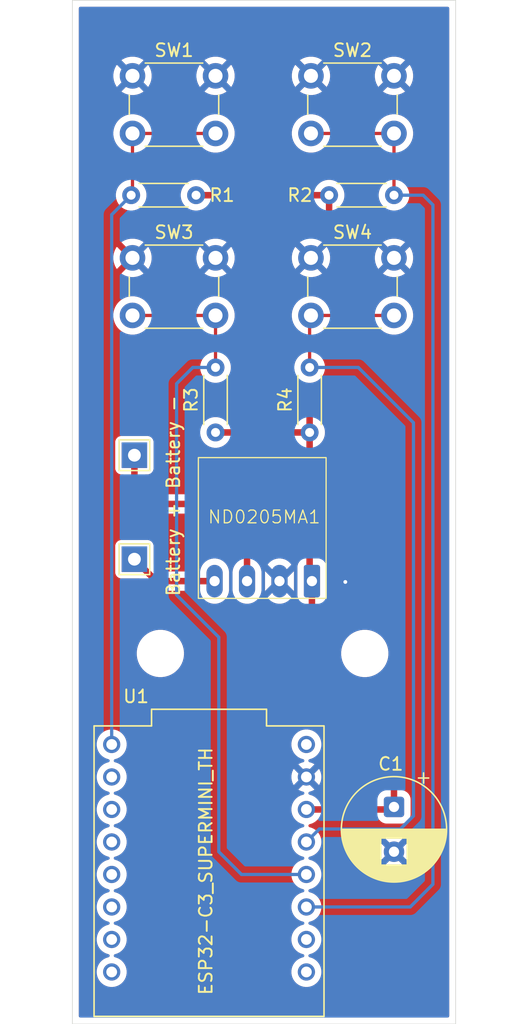
<source format=kicad_pcb>
(kicad_pcb (version 20241229) (generator "pcbnew") (generator_version "9.0")
  (layers (0 "F.Cu" signal) (2 "B.Cu" signal) (13 "F.Paste" user) (15 "B.Paste" user) (5 "F.SilkS" user "F.Silkscreen") (7 "B.SilkS" user "B.Silkscreen") (1 "F.Mask" user) (3 "B.Mask" user) (25 "Edge.Cuts" user))
  (net 0 "")
  (net 1 "Net-(J1-Pin_1)")
  (net 2 "Net-(J2-Pin_1)")
  (net 3 "3V3")
  (net 4 "GND")
  (net 5 "Net-(U1-GPIO5)")
  (net 6 "Net-(U1-GPIO4)")
  (net 7 "Net-(U1-GPIO3)")
  (net 14 "Net-(U1-GPIO2)")
  (footprint "Button_Switch_THT:SW_PUSH_6mm_H5mm" (layer "F.Cu") (at 144.122 59)
    (property "Reference" "SW1" (at 3.25 -2 0) (layer "F.SilkS"))
    (property "Value" "Button1")
    (fp_line (start -0.25 1.5) (end -0.25 3) (stroke (width 0.12)) (layer "F.SilkS"))
    (fp_line (start 1 5.5) (end 5.5 5.5) (stroke (width 0.12)) (layer "F.SilkS"))
    (fp_line (start 5.5 -1) (end 1 -1) (stroke (width 0.12)) (layer "F.SilkS"))
    (fp_line (start 6.75 3) (end 6.75 1.5) (stroke (width 0.12)) (layer "F.SilkS"))
    (pad "1" thru_hole circle (at 0 0 90) (size 2 2) (drill 1.1) (layers "*.Cu" "*.Mask") (net 4 "GND"))
    (pad "1" thru_hole circle (at 6.5 0 90) (size 2 2) (drill 1.1) (layers "*.Cu" "*.Mask") (net 4 "GND"))
    (pad "2" thru_hole circle (at 0 4.5 90) (size 2 2) (drill 1.1) (layers "*.Cu" "*.Mask") (net 5 "Net-(U1-GPIO5)"))
    (pad "2" thru_hole circle (at 6.5 4.5 90) (size 2 2) (drill 1.1) (layers "*.Cu" "*.Mask") (net 5 "Net-(U1-GPIO5)"))
  )
  (footprint "Resistor_THT:R_Axial_DIN0204_L3.6mm_D1.6mm_P5.08mm_Horizontal" (layer "F.Cu") (at 149.098 68.326 180)
    (property "Reference" "R1" (at -2.032 0 0) (layer "F.SilkS"))
    (property "Value" "10k")
    (fp_line (start 0.62 0.92) (end 4.46 0.92) (stroke (width 0.12)) (layer "F.SilkS"))
    (fp_line (start 0.62 -0.92) (end 4.46 -0.92) (stroke (width 0.12)) (layer "F.SilkS"))
    (pad "1" thru_hole circle (at 0 0 180) (size 1.4 1.4) (drill 0.7) (layers "*.Cu" "*.Mask") (net 3 "3V3"))
    (pad "2" thru_hole circle (at 5.08 0 180) (size 1.4 1.4) (drill 0.7) (layers "*.Cu" "*.Mask") (net 5 "Net-(U1-GPIO5)"))
  )
  (footprint "TestPoint:TestPoint_THTPad_2.0x2.0mm_Drill1.0mm" (layer "F.Cu") (at 144.272 96.774)
    (property "Reference" "J1")
    (property "Value" "Battery +" (at 3.048 -0.762 90) (layer "F.SilkS"))
    (fp_line (start -1.2 -1.2) (end 1.2 -1.2) (stroke (width 0.12)) (layer "F.SilkS"))
    (fp_line (start -1.2 1.2) (end -1.2 -1.2) (stroke (width 0.12)) (layer "F.SilkS"))
    (fp_line (start 1.2 -1.2) (end 1.2 1.2) (stroke (width 0.12)) (layer "F.SilkS"))
    (fp_line (start 1.2 1.2) (end -1.2 1.2) (stroke (width 0.12)) (layer "F.SilkS"))
    (pad "1" thru_hole rect (at 0 0) (size 2 2) (drill 1) (layers "*.Cu" "*.Mask") (net 1 "Net-(J1-Pin_1)"))
  )
  (footprint "Customs:MODULE_ESP32-C3_SUPERMINI_TH" (layer "F.Cu") (at 150.114 121.152)
    (property "Reference" "U1" (at -5.715 -13.6525 0) (layer "F.SilkS"))
    (property "Value" "ESP32-C3_SUPERMINI_TH" (at -0.254 0.006 270) (layer "F.SilkS"))
    (fp_line (start -9 11.35) (end -9 -11.35) (stroke (width 0.127)) (layer "F.SilkS"))
    (fp_line (start -4.5 -12.65) (end -4.5 -11.35) (stroke (width 0.127)) (layer "F.SilkS"))
    (fp_line (start -4.5 -11.35) (end -9 -11.35) (stroke (width 0.127)) (layer "F.SilkS"))
    (fp_line (start 4.5 -12.65) (end -4.5 -12.65) (stroke (width 0.127)) (layer "F.SilkS"))
    (fp_line (start 4.5 -12.65) (end 4.5 -11.35) (stroke (width 0.127)) (layer "F.SilkS"))
    (fp_line (start 9 -11.35) (end 4.5 -11.35) (stroke (width 0.127)) (layer "F.SilkS"))
    (fp_line (start 9 11.35) (end -9 11.35) (stroke (width 0.127)) (layer "F.SilkS"))
    (fp_line (start 9 11.35) (end 9 -11.35) (stroke (width 0.127)) (layer "F.SilkS"))
    (pad "0" thru_hole circle (at 7.62 7.88) (size 1.348 1.348) (drill 0.84) (layers "*.Cu" "*.Mask"))
    (pad "1" thru_hole circle (at 7.62 5.34) (size 1.348 1.348) (drill 0.84) (layers "*.Cu" "*.Mask"))
    (pad "2" thru_hole circle (at 7.62 2.8) (size 1.348 1.348) (drill 0.84) (layers "*.Cu" "*.Mask") (net 14 "Net-(U1-GPIO2)"))
    (pad "3" thru_hole circle (at 7.62 0.26) (size 1.348 1.348) (drill 0.84) (layers "*.Cu" "*.Mask") (net 7 "Net-(U1-GPIO3)"))
    (pad "3.3" thru_hole circle (at 7.62 -4.82) (size 1.348 1.348) (drill 0.84) (layers "*.Cu" "*.Mask") (net 3 "3V3"))
    (pad "4" thru_hole circle (at 7.62 -2.28) (size 1.348 1.348) (drill 0.84) (layers "*.Cu" "*.Mask") (net 6 "Net-(U1-GPIO4)"))
    (pad "5" thru_hole circle (at -7.62 -9.9) (size 1.348 1.348) (drill 0.84) (layers "*.Cu" "*.Mask") (net 5 "Net-(U1-GPIO5)"))
    (pad "5V" thru_hole circle (at 7.62 -9.9) (size 1.348 1.348) (drill 0.84) (layers "*.Cu" "*.Mask"))
    (pad "6" thru_hole circle (at -7.62 -7.36) (size 1.348 1.348) (drill 0.84) (layers "*.Cu" "*.Mask"))
    (pad "7" thru_hole circle (at -7.62 -4.82) (size 1.348 1.348) (drill 0.84) (layers "*.Cu" "*.Mask"))
    (pad "8" thru_hole circle (at -7.62 -2.28) (size 1.348 1.348) (drill 0.84) (layers "*.Cu" "*.Mask"))
    (pad "9" thru_hole circle (at -7.62 0.26) (size 1.348 1.348) (drill 0.84) (layers "*.Cu" "*.Mask"))
    (pad "10" thru_hole circle (at -7.62 2.8) (size 1.348 1.348) (drill 0.84) (layers "*.Cu" "*.Mask"))
    (pad "20" thru_hole circle (at -7.62 5.34) (size 1.348 1.348) (drill 0.84) (layers "*.Cu" "*.Mask"))
    (pad "21" thru_hole circle (at -7.62 7.88) (size 1.348 1.348) (drill 0.84) (layers "*.Cu" "*.Mask"))
    (pad "G" thru_hole circle (at 7.62 -7.36) (size 1.348 1.348) (drill 0.84) (layers "*.Cu" "*.Mask") (net 4 "GND"))
  )
  (footprint "Customs:ND0205MA" (layer "F.Cu") (at 149.278 88.834)
    (property "Reference" "ND0205MA1" (at 5.154 4.638 0) (layer "F.SilkS") (effects (font (thickness 0.1))))
    (property "Value" "~")
    (fp_rect (start 0 0) (end 10 11) (stroke (width 0.1)) (fill no) (layer "F.SilkS"))
    (pad "1" thru_hole oval (at 1.27 9.652 90) (size 2.54 1.27) (drill 0.8) (layers "*.Cu" "*.Mask") (net 1 "Net-(J1-Pin_1)"))
    (pad "2" thru_hole oval (at 3.81 9.652 90) (size 2.54 1.27) (drill 0.8) (layers "*.Cu" "*.Mask") (net 2 "Net-(J2-Pin_1)"))
    (pad "3" thru_hole oval (at 6.35 9.652 90) (size 2.54 1.27) (drill 0.8) (layers "*.Cu" "*.Mask") (net 4 "GND"))
    (pad "4" thru_hole roundrect (at 8.89 9.652 90) (size 2.54 1.27) (drill 0.8) (layers "*.Cu" "*.Mask") (roundrect_rratio 0.15) (net 3 "3V3"))
  )
  (footprint "Resistor_THT:R_Axial_DIN0204_L3.6mm_D1.6mm_P5.08mm_Horizontal" (layer "F.Cu") (at 159.512 68.326)
    (property "Reference" "R2" (at -2.286 0 0) (layer "F.SilkS"))
    (property "Value" "10k")
    (fp_line (start 0.62 -0.92) (end 4.46 -0.92) (stroke (width 0.12)) (layer "F.SilkS"))
    (fp_line (start 0.62 0.92) (end 4.46 0.92) (stroke (width 0.12)) (layer "F.SilkS"))
    (pad "1" thru_hole circle (at 0 0) (size 1.4 1.4) (drill 0.7) (layers "*.Cu" "*.Mask") (net 3 "3V3"))
    (pad "2" thru_hole circle (at 5.08 0) (size 1.4 1.4) (drill 0.7) (layers "*.Cu" "*.Mask") (net 14 "Net-(U1-GPIO2)"))
  )
  (footprint "MountingHole:MountingHole_3.2mm_M3_DIN965" (layer "F.Cu") (at 146.304 104.14)
    (property "Reference" "REF**" (hide yes))
    (property "Value" "MountingHole_3.2mm_M3_DIN965")
    (pad "" np_thru_hole circle (at 0 0) (size 3.2 3.2) (drill 3.2) (layers "*.Cu" "*.Mask"))
  )
  (footprint "Capacitor_THT:CP_Radial_D8.0mm_P3.50mm" (layer "F.Cu") (at 164.592 116.134 -90)
    (property "Reference" "C1" (at -3.358 0.254 180) (layer "F.SilkS"))
    (property "Value" "1000uF")
    (fp_line (start 2.47 1.04) (end 2.47 4.017) (stroke (width 0.12)) (layer "F.SilkS"))
    (fp_line (start 2.51 1.04) (end 2.51 4.009) (stroke (width 0.12)) (layer "F.SilkS"))
    (fp_line (start 2.55 1.04) (end 2.55 4.002) (stroke (width 0.12)) (layer "F.SilkS"))
    (fp_line (start 2.59 1.04) (end 2.59 3.993) (stroke (width 0.12)) (layer "F.SilkS"))
    (fp_line (start 2.63 1.04) (end 2.63 3.985) (stroke (width 0.12)) (layer "F.SilkS"))
    (fp_line (start 2.67 1.04) (end 2.67 3.976) (stroke (width 0.12)) (layer "F.SilkS"))
    (fp_line (start 2.71 1.04) (end 2.71 3.967) (stroke (width 0.12)) (layer "F.SilkS"))
    (fp_line (start 2.75 1.04) (end 2.75 3.957) (stroke (width 0.12)) (layer "F.SilkS"))
    (fp_line (start 2.79 1.04) (end 2.79 3.947) (stroke (width 0.12)) (layer "F.SilkS"))
    (fp_line (start 2.83 1.04) (end 2.83 3.936) (stroke (width 0.12)) (layer "F.SilkS"))
    (fp_line (start 2.87 1.04) (end 2.87 3.925) (stroke (width 0.12)) (layer "F.SilkS"))
    (fp_line (start 2.91 1.04) (end 2.91 3.913) (stroke (width 0.12)) (layer "F.SilkS"))
    (fp_line (start 2.95 1.04) (end 2.95 3.901) (stroke (width 0.12)) (layer "F.SilkS"))
    (fp_line (start 2.99 1.04) (end 2.99 3.889) (stroke (width 0.12)) (layer "F.SilkS"))
    (fp_line (start 3.03 1.04) (end 3.03 3.876) (stroke (width 0.12)) (layer "F.SilkS"))
    (fp_line (start 3.07 1.04) (end 3.07 3.863) (stroke (width 0.12)) (layer "F.SilkS"))
    (fp_line (start 3.11 1.04) (end 3.11 3.849) (stroke (width 0.12)) (layer "F.SilkS"))
    (fp_line (start 3.15 1.04) (end 3.15 3.835) (stroke (width 0.12)) (layer "F.SilkS"))
    (fp_line (start 3.19 1.04) (end 3.19 3.82) (stroke (width 0.12)) (layer "F.SilkS"))
    (fp_line (start 3.23 1.04) (end 3.23 3.805) (stroke (width 0.12)) (layer "F.SilkS"))
    (fp_line (start 3.27 1.04) (end 3.27 3.789) (stroke (width 0.12)) (layer "F.SilkS"))
    (fp_line (start 3.31 1.04) (end 3.31 3.773) (stroke (width 0.12)) (layer "F.SilkS"))
    (fp_line (start 3.35 1.04) (end 3.35 3.757) (stroke (width 0.12)) (layer "F.SilkS"))
    (fp_line (start 3.39 1.04) (end 3.39 3.74) (stroke (width 0.12)) (layer "F.SilkS"))
    (fp_line (start 3.43 1.04) (end 3.43 3.722) (stroke (width 0.12)) (layer "F.SilkS"))
    (fp_line (start 3.47 1.04) (end 3.47 3.704) (stroke (width 0.12)) (layer "F.SilkS"))
    (fp_line (start 3.51 1.04) (end 3.51 3.685) (stroke (width 0.12)) (layer "F.SilkS"))
    (fp_line (start 3.55 1.04) (end 3.55 3.666) (stroke (width 0.12)) (layer "F.SilkS"))
    (fp_line (start 3.59 1.04) (end 3.59 3.646) (stroke (width 0.12)) (layer "F.SilkS"))
    (fp_line (start 3.63 1.04) (end 3.63 3.626) (stroke (width 0.12)) (layer "F.SilkS"))
    (fp_line (start 3.67 1.04) (end 3.67 3.605) (stroke (width 0.12)) (layer "F.SilkS"))
    (fp_line (start 3.71 1.04) (end 3.71 3.584) (stroke (width 0.12)) (layer "F.SilkS"))
    (fp_line (start 3.75 1.04) (end 3.75 3.562) (stroke (width 0.12)) (layer "F.SilkS"))
    (fp_line (start 3.79 1.04) (end 3.79 3.539) (stroke (width 0.12)) (layer "F.SilkS"))
    (fp_line (start 3.83 1.04) (end 3.83 3.516) (stroke (width 0.12)) (layer "F.SilkS"))
    (fp_line (start 3.87 1.04) (end 3.87 3.493) (stroke (width 0.12)) (layer "F.SilkS"))
    (fp_line (start 3.91 1.04) (end 3.91 3.468) (stroke (width 0.12)) (layer "F.SilkS"))
    (fp_line (start 3.95 1.04) (end 3.95 3.443) (stroke (width 0.12)) (layer "F.SilkS"))
    (fp_line (start 3.99 1.04) (end 3.99 3.418) (stroke (width 0.12)) (layer "F.SilkS"))
    (fp_line (start 4.03 1.04) (end 4.03 3.392) (stroke (width 0.12)) (layer "F.SilkS"))
    (fp_line (start 4.07 1.04) (end 4.07 3.365) (stroke (width 0.12)) (layer "F.SilkS"))
    (fp_line (start 4.11 1.04) (end 4.11 3.337) (stroke (width 0.12)) (layer "F.SilkS"))
    (fp_line (start 4.15 1.04) (end 4.15 3.309) (stroke (width 0.12)) (layer "F.SilkS"))
    (fp_line (start 4.19 1.04) (end 4.19 3.28) (stroke (width 0.12)) (layer "F.SilkS"))
    (fp_line (start 4.23 1.04) (end 4.23 3.25) (stroke (width 0.12)) (layer "F.SilkS"))
    (fp_line (start 4.27 1.04) (end 4.27 3.219) (stroke (width 0.12)) (layer "F.SilkS"))
    (fp_line (start 4.31 1.04) (end 4.31 3.188) (stroke (width 0.12)) (layer "F.SilkS"))
    (fp_line (start 4.35 1.04) (end 4.35 3.156) (stroke (width 0.12)) (layer "F.SilkS"))
    (fp_line (start 4.39 1.04) (end 4.39 3.123) (stroke (width 0.12)) (layer "F.SilkS"))
    (fp_line (start 4.43 1.04) (end 4.43 3.089) (stroke (width 0.12)) (layer "F.SilkS"))
    (fp_line (start 4.47 1.04) (end 4.47 3.055) (stroke (width 0.12)) (layer "F.SilkS"))
    (fp_line (start 4.51 1.04) (end 4.51 3.019) (stroke (width 0.12)) (layer "F.SilkS"))
    (fp_line (start 5.83 -0.533) (end 5.83 0.533) (stroke (width 0.12)) (layer "F.SilkS"))
    (fp_line (start 5.79 -0.768) (end 5.79 0.768) (stroke (width 0.12)) (layer "F.SilkS"))
    (fp_line (start 5.75 -0.947) (end 5.75 0.947) (stroke (width 0.12)) (layer "F.SilkS"))
    (fp_line (start 5.71 -1.097) (end 5.71 1.097) (stroke (width 0.12)) (layer "F.SilkS"))
    (fp_line (start 5.67 -1.228) (end 5.67 1.228) (stroke (width 0.12)) (layer "F.SilkS"))
    (fp_line (start 5.63 -1.346) (end 5.63 1.346) (stroke (width 0.12)) (layer "F.SilkS"))
    (fp_line (start 5.59 -1.453) (end 5.59 1.453) (stroke (width 0.12)) (layer "F.SilkS"))
    (fp_line (start 5.55 -1.552) (end 5.55 1.552) (stroke (width 0.12)) (layer "F.SilkS"))
    (fp_line (start 5.51 -1.644) (end 5.51 1.644) (stroke (width 0.12)) (layer "F.SilkS"))
    (fp_line (start 5.47 -1.731) (end 5.47 1.731) (stroke (width 0.12)) (layer "F.SilkS"))
    (fp_line (start 5.43 -1.813) (end 5.43 1.813) (stroke (width 0.12)) (layer "F.SilkS"))
    (fp_line (start 5.39 -1.89) (end 5.39 1.89) (stroke (width 0.12)) (layer "F.SilkS"))
    (fp_line (start 5.35 -1.964) (end 5.35 1.964) (stroke (width 0.12)) (layer "F.SilkS"))
    (fp_line (start 5.31 -2.034) (end 5.31 2.034) (stroke (width 0.12)) (layer "F.SilkS"))
    (fp_line (start 5.27 -2.101) (end 5.27 2.101) (stroke (width 0.12)) (layer "F.SilkS"))
    (fp_line (start 5.23 -2.165) (end 5.23 2.165) (stroke (width 0.12)) (layer "F.SilkS"))
    (fp_line (start 5.19 -2.227) (end 5.19 2.227) (stroke (width 0.12)) (layer "F.SilkS"))
    (fp_line (start 5.15 -2.287) (end 5.15 2.287) (stroke (width 0.12)) (layer "F.SilkS"))
    (fp_line (start -2.659698 -2.315) (end -1.859698 -2.315) (stroke (width 0.12)) (layer "F.SilkS"))
    (fp_line (start 5.11 -2.344) (end 5.11 2.344) (stroke (width 0.12)) (layer "F.SilkS"))
    (fp_line (start 5.07 -2.4) (end 5.07 2.4) (stroke (width 0.12)) (layer "F.SilkS"))
    (fp_line (start 5.03 -2.453) (end 5.03 2.453) (stroke (width 0.12)) (layer "F.SilkS"))
    (fp_line (start 4.99 -2.505) (end 4.99 2.505) (stroke (width 0.12)) (layer "F.SilkS"))
    (fp_line (start 4.95 -2.555) (end 4.95 2.555) (stroke (width 0.12)) (layer "F.SilkS"))
    (fp_line (start 4.91 -2.604) (end 4.91 2.604) (stroke (width 0.12)) (layer "F.SilkS"))
    (fp_line (start 4.87 -2.651) (end 4.87 2.651) (stroke (width 0.12)) (layer "F.SilkS"))
    (fp_line (start 4.83 -2.696) (end 4.83 2.696) (stroke (width 0.12)) (layer "F.SilkS"))
    (fp_line (start -2.259698 -2.715) (end -2.259698 -1.915) (stroke (width 0.12)) (layer "F.SilkS"))
    (fp_line (start 4.79 -2.741) (end 4.79 2.741) (stroke (width 0.12)) (layer "F.SilkS"))
    (fp_line (start 4.75 -2.784) (end 4.75 2.784) (stroke (width 0.12)) (layer "F.SilkS"))
    (fp_line (start 4.71 -2.826) (end 4.71 2.826) (stroke (width 0.12)) (layer "F.SilkS"))
    (fp_line (start 4.67 -2.867) (end 4.67 2.867) (stroke (width 0.12)) (layer "F.SilkS"))
    (fp_line (start 4.63 -2.906) (end 4.63 2.906) (stroke (width 0.12)) (layer "F.SilkS"))
    (fp_line (start 4.59 -2.945) (end 4.59 2.945) (stroke (width 0.12)) (layer "F.SilkS"))
    (fp_line (start 4.55 -2.982) (end 4.55 2.982) (stroke (width 0.12)) (layer "F.SilkS"))
    (fp_line (start 4.51 -3.019) (end 4.51 -1.04) (stroke (width 0.12)) (layer "F.SilkS"))
    (fp_line (start 4.47 -3.055) (end 4.47 -1.04) (stroke (width 0.12)) (layer "F.SilkS"))
    (fp_line (start 4.43 -3.089) (end 4.43 -1.04) (stroke (width 0.12)) (layer "F.SilkS"))
    (fp_line (start 4.39 -3.123) (end 4.39 -1.04) (stroke (width 0.12)) (layer "F.SilkS"))
    (fp_line (start 4.35 -3.156) (end 4.35 -1.04) (stroke (width 0.12)) (layer "F.SilkS"))
    (fp_line (start 4.31 -3.188) (end 4.31 -1.04) (stroke (width 0.12)) (layer "F.SilkS"))
    (fp_line (start 4.27 -3.219) (end 4.27 -1.04) (stroke (width 0.12)) (layer "F.SilkS"))
    (fp_line (start 4.23 -3.25) (end 4.23 -1.04) (stroke (width 0.12)) (layer "F.SilkS"))
    (fp_line (start 4.19 -3.28) (end 4.19 -1.04) (stroke (width 0.12)) (layer "F.SilkS"))
    (fp_line (start 4.15 -3.309) (end 4.15 -1.04) (stroke (width 0.12)) (layer "F.SilkS"))
    (fp_line (start 4.11 -3.337) (end 4.11 -1.04) (stroke (width 0.12)) (layer "F.SilkS"))
    (fp_line (start 4.07 -3.365) (end 4.07 -1.04) (stroke (width 0.12)) (layer "F.SilkS"))
    (fp_line (start 4.03 -3.392) (end 4.03 -1.04) (stroke (width 0.12)) (layer "F.SilkS"))
    (fp_line (start 3.99 -3.418) (end 3.99 -1.04) (stroke (width 0.12)) (layer "F.SilkS"))
    (fp_line (start 3.95 -3.443) (end 3.95 -1.04) (stroke (width 0.12)) (layer "F.SilkS"))
    (fp_line (start 3.91 -3.468) (end 3.91 -1.04) (stroke (width 0.12)) (layer "F.SilkS"))
    (fp_line (start 3.87 -3.493) (end 3.87 -1.04) (stroke (width 0.12)) (layer "F.SilkS"))
    (fp_line (start 3.83 -3.516) (end 3.83 -1.04) (stroke (width 0.12)) (layer "F.SilkS"))
    (fp_line (start 3.79 -3.539) (end 3.79 -1.04) (stroke (width 0.12)) (layer "F.SilkS"))
    (fp_line (start 3.75 -3.562) (end 3.75 -1.04) (stroke (width 0.12)) (layer "F.SilkS"))
    (fp_line (start 3.71 -3.584) (end 3.71 -1.04) (stroke (width 0.12)) (layer "F.SilkS"))
    (fp_line (start 3.67 -3.605) (end 3.67 -1.04) (stroke (width 0.12)) (layer "F.SilkS"))
    (fp_line (start 3.63 -3.626) (end 3.63 -1.04) (stroke (width 0.12)) (layer "F.SilkS"))
    (fp_line (start 3.59 -3.646) (end 3.59 -1.04) (stroke (width 0.12)) (layer "F.SilkS"))
    (fp_line (start 3.55 -3.666) (end 3.55 -1.04) (stroke (width 0.12)) (layer "F.SilkS"))
    (fp_line (start 3.51 -3.685) (end 3.51 -1.04) (stroke (width 0.12)) (layer "F.SilkS"))
    (fp_line (start 3.47 -3.704) (end 3.47 -1.04) (stroke (width 0.12)) (layer "F.SilkS"))
    (fp_line (start 3.43 -3.722) (end 3.43 -1.04) (stroke (width 0.12)) (layer "F.SilkS"))
    (fp_line (start 3.39 -3.74) (end 3.39 -1.04) (stroke (width 0.12)) (layer "F.SilkS"))
    (fp_line (start 3.35 -3.757) (end 3.35 -1.04) (stroke (width 0.12)) (layer "F.SilkS"))
    (fp_line (start 3.31 -3.773) (end 3.31 -1.04) (stroke (width 0.12)) (layer "F.SilkS"))
    (fp_line (start 3.27 -3.789) (end 3.27 -1.04) (stroke (width 0.12)) (layer "F.SilkS"))
    (fp_line (start 3.23 -3.805) (end 3.23 -1.04) (stroke (width 0.12)) (layer "F.SilkS"))
    (fp_line (start 3.19 -3.82) (end 3.19 -1.04) (stroke (width 0.12)) (layer "F.SilkS"))
    (fp_line (start 3.15 -3.835) (end 3.15 -1.04) (stroke (width 0.12)) (layer "F.SilkS"))
    (fp_line (start 3.11 -3.849) (end 3.11 -1.04) (stroke (width 0.12)) (layer "F.SilkS"))
    (fp_line (start 3.07 -3.863) (end 3.07 -1.04) (stroke (width 0.12)) (layer "F.SilkS"))
    (fp_line (start 3.03 -3.876) (end 3.03 -1.04) (stroke (width 0.12)) (layer "F.SilkS"))
    (fp_line (start 2.99 -3.889) (end 2.99 -1.04) (stroke (width 0.12)) (layer "F.SilkS"))
    (fp_line (start 2.95 -3.901) (end 2.95 -1.04) (stroke (width 0.12)) (layer "F.SilkS"))
    (fp_line (start 2.91 -3.913) (end 2.91 -1.04) (stroke (width 0.12)) (layer "F.SilkS"))
    (fp_line (start 2.87 -3.925) (end 2.87 -1.04) (stroke (width 0.12)) (layer "F.SilkS"))
    (fp_line (start 2.83 -3.936) (end 2.83 -1.04) (stroke (width 0.12)) (layer "F.SilkS"))
    (fp_line (start 2.79 -3.947) (end 2.79 -1.04) (stroke (width 0.12)) (layer "F.SilkS"))
    (fp_line (start 2.75 -3.957) (end 2.75 -1.04) (stroke (width 0.12)) (layer "F.SilkS"))
    (fp_line (start 2.71 -3.967) (end 2.71 -1.04) (stroke (width 0.12)) (layer "F.SilkS"))
    (fp_line (start 2.67 -3.976) (end 2.67 -1.04) (stroke (width 0.12)) (layer "F.SilkS"))
    (fp_line (start 2.63 -3.985) (end 2.63 -1.04) (stroke (width 0.12)) (layer "F.SilkS"))
    (fp_line (start 2.59 -3.993) (end 2.59 -1.04) (stroke (width 0.12)) (layer "F.SilkS"))
    (fp_line (start 2.55 -4.002) (end 2.55 -1.04) (stroke (width 0.12)) (layer "F.SilkS"))
    (fp_line (start 2.51 -4.009) (end 2.51 -1.04) (stroke (width 0.12)) (layer "F.SilkS"))
    (fp_line (start 2.47 -4.017) (end 2.47 -1.04) (stroke (width 0.12)) (layer "F.SilkS"))
    (fp_line (start 2.43 -4.023) (end 2.43 4.023) (stroke (width 0.12)) (layer "F.SilkS"))
    (fp_line (start 2.39 -4.03) (end 2.39 4.03) (stroke (width 0.12)) (layer "F.SilkS"))
    (fp_line (start 2.35 -4.036) (end 2.35 4.036) (stroke (width 0.12)) (layer "F.SilkS"))
    (fp_line (start 2.31 -4.042) (end 2.31 4.042) (stroke (width 0.12)) (layer "F.SilkS"))
    (fp_line (start 2.27 -4.047) (end 2.27 4.047) (stroke (width 0.12)) (layer "F.SilkS"))
    (fp_line (start 2.23 -4.052) (end 2.23 4.052) (stroke (width 0.12)) (layer "F.SilkS"))
    (fp_line (start 2.19 -4.056) (end 2.19 4.056) (stroke (width 0.12)) (layer "F.SilkS"))
    (fp_line (start 2.15 -4.061) (end 2.15 4.061) (stroke (width 0.12)) (layer "F.SilkS"))
    (fp_line (start 2.11 -4.064) (end 2.11 4.064) (stroke (width 0.12)) (layer "F.SilkS"))
    (fp_line (start 2.07 -4.068) (end 2.07 4.068) (stroke (width 0.12)) (layer "F.SilkS"))
    (fp_line (start 2.03 -4.07) (end 2.03 4.07) (stroke (width 0.12)) (layer "F.SilkS"))
    (fp_line (start 1.99 -4.073) (end 1.99 4.073) (stroke (width 0.12)) (layer "F.SilkS"))
    (fp_line (start 1.95 -4.075) (end 1.95 4.075) (stroke (width 0.12)) (layer "F.SilkS"))
    (fp_line (start 1.91 -4.077) (end 1.91 4.077) (stroke (width 0.12)) (layer "F.SilkS"))
    (fp_line (start 1.87 -4.078) (end 1.87 4.078) (stroke (width 0.12)) (layer "F.SilkS"))
    (fp_line (start 1.83 -4.079) (end 1.83 4.079) (stroke (width 0.12)) (layer "F.SilkS"))
    (fp_line (start 1.75 -4.08) (end 1.75 4.08) (stroke (width 0.12)) (layer "F.SilkS"))
    (fp_line (start 1.79 -4.08) (end 1.79 4.08) (stroke (width 0.12)) (layer "F.SilkS"))
    (fp_circle (center 1.75 0) (end 5.87 0) (stroke (width 0.12)) (fill no) (layer "F.SilkS"))
    (pad "1" thru_hole roundrect (at 0 0 270) (size 1.6 1.6) (drill 0.8) (layers "*.Cu" "*.Mask") (roundrect_rratio 0.15625) (net 3 "3V3"))
    (pad "2" thru_hole circle (at 3.5 0 270) (size 1.6 1.6) (drill 0.8) (layers "*.Cu" "*.Mask") (net 4 "GND"))
  )
  (footprint "TestPoint:TestPoint_THTPad_2.0x2.0mm_Drill1.0mm" (layer "F.Cu") (at 144.272 88.646)
    (property "Reference" "J2")
    (property "Value" "Battery -" (at 3.048 -1.016 90) (layer "F.SilkS"))
    (fp_line (start -1.2 -1.2) (end 1.2 -1.2) (stroke (width 0.12)) (layer "F.SilkS"))
    (fp_line (start -1.2 1.2) (end -1.2 -1.2) (stroke (width 0.12)) (layer "F.SilkS"))
    (fp_line (start 1.2 -1.2) (end 1.2 1.2) (stroke (width 0.12)) (layer "F.SilkS"))
    (fp_line (start 1.2 1.2) (end -1.2 1.2) (stroke (width 0.12)) (layer "F.SilkS"))
    (pad "1" thru_hole rect (at 0 0) (size 2 2) (drill 1) (layers "*.Cu" "*.Mask") (net 2 "Net-(J2-Pin_1)"))
  )
  (footprint "Button_Switch_THT:SW_PUSH_6mm_H5mm" (layer "F.Cu") (at 158.092 59)
    (property "Reference" "SW2" (at 3.25 -2 0) (layer "F.SilkS"))
    (property "Value" "Button2")
    (fp_line (start -0.25 1.5) (end -0.25 3) (stroke (width 0.12)) (layer "F.SilkS"))
    (fp_line (start 1 5.5) (end 5.5 5.5) (stroke (width 0.12)) (layer "F.SilkS"))
    (fp_line (start 5.5 -1) (end 1 -1) (stroke (width 0.12)) (layer "F.SilkS"))
    (fp_line (start 6.75 3) (end 6.75 1.5) (stroke (width 0.12)) (layer "F.SilkS"))
    (pad "1" thru_hole circle (at 0 0 90) (size 2 2) (drill 1.1) (layers "*.Cu" "*.Mask") (net 4 "GND"))
    (pad "1" thru_hole circle (at 6.5 0 90) (size 2 2) (drill 1.1) (layers "*.Cu" "*.Mask") (net 4 "GND"))
    (pad "2" thru_hole circle (at 0 4.5 90) (size 2 2) (drill 1.1) (layers "*.Cu" "*.Mask") (net 14 "Net-(U1-GPIO2)"))
    (pad "2" thru_hole circle (at 6.5 4.5 90) (size 2 2) (drill 1.1) (layers "*.Cu" "*.Mask") (net 14 "Net-(U1-GPIO2)"))
  )
  (footprint "Button_Switch_THT:SW_PUSH_6mm_H5mm" (layer "F.Cu") (at 144.122 73.224)
    (property "Reference" "SW3" (at 3.25 -2 0) (layer "F.SilkS"))
    (property "Value" "Button3")
    (fp_line (start -0.25 1.5) (end -0.25 3) (stroke (width 0.12)) (layer "F.SilkS"))
    (fp_line (start 1 5.5) (end 5.5 5.5) (stroke (width 0.12)) (layer "F.SilkS"))
    (fp_line (start 5.5 -1) (end 1 -1) (stroke (width 0.12)) (layer "F.SilkS"))
    (fp_line (start 6.75 3) (end 6.75 1.5) (stroke (width 0.12)) (layer "F.SilkS"))
    (pad "1" thru_hole circle (at 0 0 90) (size 2 2) (drill 1.1) (layers "*.Cu" "*.Mask") (net 4 "GND"))
    (pad "1" thru_hole circle (at 6.5 0 90) (size 2 2) (drill 1.1) (layers "*.Cu" "*.Mask") (net 4 "GND"))
    (pad "2" thru_hole circle (at 0 4.5 90) (size 2 2) (drill 1.1) (layers "*.Cu" "*.Mask") (net 7 "Net-(U1-GPIO3)"))
    (pad "2" thru_hole circle (at 6.5 4.5 90) (size 2 2) (drill 1.1) (layers "*.Cu" "*.Mask") (net 7 "Net-(U1-GPIO3)"))
  )
  (footprint "Button_Switch_THT:SW_PUSH_6mm_H5mm" (layer "F.Cu") (at 158.092 73.224)
    (property "Reference" "SW4" (at 3.25 -2 0) (layer "F.SilkS"))
    (property "Value" "Button4")
    (fp_line (start -0.25 1.5) (end -0.25 3) (stroke (width 0.12)) (layer "F.SilkS"))
    (fp_line (start 1 5.5) (end 5.5 5.5) (stroke (width 0.12)) (layer "F.SilkS"))
    (fp_line (start 5.5 -1) (end 1 -1) (stroke (width 0.12)) (layer "F.SilkS"))
    (fp_line (start 6.75 3) (end 6.75 1.5) (stroke (width 0.12)) (layer "F.SilkS"))
    (pad "1" thru_hole circle (at 0 0 90) (size 2 2) (drill 1.1) (layers "*.Cu" "*.Mask") (net 4 "GND"))
    (pad "1" thru_hole circle (at 6.5 0 90) (size 2 2) (drill 1.1) (layers "*.Cu" "*.Mask") (net 4 "GND"))
    (pad "2" thru_hole circle (at 0 4.5 90) (size 2 2) (drill 1.1) (layers "*.Cu" "*.Mask") (net 6 "Net-(U1-GPIO4)"))
    (pad "2" thru_hole circle (at 6.5 4.5 90) (size 2 2) (drill 1.1) (layers "*.Cu" "*.Mask") (net 6 "Net-(U1-GPIO4)"))
  )
  (footprint "Resistor_THT:R_Axial_DIN0204_L3.6mm_D1.6mm_P5.08mm_Horizontal" (layer "F.Cu") (at 157.988 86.868 90)
    (property "Reference" "R4" (at 2.54 -1.92 90) (layer "F.SilkS"))
    (property "Value" "10k")
    (fp_line (start 0.62 -0.92) (end 4.46 -0.92) (stroke (width 0.12)) (layer "F.SilkS"))
    (fp_line (start 0.62 0.92) (end 4.46 0.92) (stroke (width 0.12)) (layer "F.SilkS"))
    (pad "1" thru_hole circle (at 0 0 90) (size 1.4 1.4) (drill 0.7) (layers "*.Cu" "*.Mask") (net 3 "3V3"))
    (pad "2" thru_hole circle (at 5.08 0 90) (size 1.4 1.4) (drill 0.7) (layers "*.Cu" "*.Mask") (net 6 "Net-(U1-GPIO4)"))
  )
  (footprint "MountingHole:MountingHole_3.2mm_M3_DIN965" (layer "F.Cu") (at 162.306 104.14)
    (property "Reference" "REF**" (hide yes))
    (property "Value" "MountingHole_3.2mm_M3_DIN965")
    (pad "" np_thru_hole circle (at 0 0) (size 3.2 3.2) (drill 3.2) (layers "*.Cu" "*.Mask"))
  )
  (footprint "Resistor_THT:R_Axial_DIN0204_L3.6mm_D1.6mm_P5.08mm_Horizontal" (layer "F.Cu") (at 150.622 86.868 90)
    (property "Reference" "R3" (at 2.54 -1.92 90) (layer "F.SilkS"))
    (property "Value" "10k")
    (fp_line (start 0.62 -0.92) (end 4.46 -0.92) (stroke (width 0.12)) (layer "F.SilkS"))
    (fp_line (start 0.62 0.92) (end 4.46 0.92) (stroke (width 0.12)) (layer "F.SilkS"))
    (pad "1" thru_hole circle (at 0 0 90) (size 1.4 1.4) (drill 0.7) (layers "*.Cu" "*.Mask") (net 3 "3V3"))
    (pad "2" thru_hole circle (at 5.08 0 90) (size 1.4 1.4) (drill 0.7) (layers "*.Cu" "*.Mask") (net 7 "Net-(U1-GPIO3)"))
  )
  (gr_rect (start 139.418 53.096) (end 169.418 133.096) (stroke (width 0.05)) (fill no) (layer "Edge.Cuts"))
  (segment (start 145.984 98.486) (end 144.272 96.774) (width 0.508) (layer "F.Cu") (net 1))
  (segment (start 150.548 98.486) (end 145.984 98.486) (width 0.508) (layer "F.Cu") (net 1))
  (segment (start 144.272 88.646) (end 144.272 90.678) (width 0.508) (layer "F.Cu") (net 2))
  (segment (start 144.272 90.678) (end 146.05 92.456) (width 0.508) (layer "F.Cu") (net 2))
  (segment (start 151.13 92.456) (end 153.088 94.414) (width 0.508) (layer "F.Cu") (net 2))
  (segment (start 153.088 94.414) (end 153.088 98.486) (width 0.508) (layer "F.Cu") (net 2))
  (segment (start 146.05 92.456) (end 151.13 92.456) (width 0.508) (layer "F.Cu") (net 2))
  (segment (start 157.988 86.868) (end 157.988 84.582) (width 0.508) (layer "F.Cu") (net 3))
  (segment (start 160.02 108.966) (end 163.322 108.966) (width 0.508) (layer "F.Cu") (net 3))
  (segment (start 164.592 110.236) (end 164.592 116.134) (width 0.508) (layer "F.Cu") (net 3))
  (segment (start 159.512 68.326) (end 149.098 68.326) (width 0.508) (layer "F.Cu") (net 3))
  (segment (start 158.168 98.486) (end 158.168 97.864) (width 0.508) (layer "F.Cu") (net 3))
  (segment (start 164.592 116.134) (end 164.14 116.134) (width 0.508) (layer "F.Cu") (net 3))
  (segment (start 154.686 81.28) (end 154.686 72.39) (width 0.508) (layer "F.Cu") (net 3))
  (segment (start 164.14 116.134) (end 163.942 116.332) (width 0.508) (layer "F.Cu") (net 3))
  (segment (start 158.496 70.866) (end 159.512 69.85) (width 0.508) (layer "F.Cu") (net 3))
  (segment (start 159.512 69.85) (end 159.512 68.326) (width 0.508) (layer "F.Cu") (net 3))
  (segment (start 156.21 70.866) (end 158.496 70.866) (width 0.508) (layer "F.Cu") (net 3))
  (segment (start 157.988 86.868) (end 150.622 86.868) (width 0.508) (layer "F.Cu") (net 3))
  (segment (start 157.988 84.582) (end 154.686 81.28) (width 0.508) (layer "F.Cu") (net 3))
  (segment (start 163.322 108.966) (end 164.592 110.236) (width 0.508) (layer "F.Cu") (net 3))
  (segment (start 158.168 107.114) (end 160.02 108.966) (width 0.508) (layer "F.Cu") (net 3))
  (segment (start 158.168 97.864) (end 157.988 97.684) (width 0.508) (layer "F.Cu") (net 3))
  (segment (start 163.942 116.332) (end 157.734 116.332) (width 0.508) (layer "F.Cu") (net 3))
  (segment (start 157.988 97.684) (end 157.988 86.868) (width 0.508) (layer "F.Cu") (net 3))
  (segment (start 158.168 98.486) (end 158.168 107.114) (width 0.508) (layer "F.Cu") (net 3))
  (segment (start 154.686 72.39) (end 156.21 70.866) (width 0.508) (layer "F.Cu") (net 3))
  (via (at 160.782 98.552) (size 0.6) (drill 0.3) (layers "F.Cu" "B.Cu") (net 4))
  (segment (start 150.622 63.5) (end 144.122 63.5) (width 0.254) (layer "F.Cu") (net 5))
  (segment (start 144.122 63.5) (end 144.122 68.222) (width 0.254) (layer "F.Cu") (net 5))
  (segment (start 144.122 68.222) (end 144.018 68.326) (width 0.254) (layer "F.Cu") (net 5))
  (segment (start 142.494 111.252) (end 142.494 69.85) (width 0.254) (layer "B.Cu") (net 5))
  (segment (start 142.494 69.85) (end 144.018 68.326) (width 0.254) (layer "B.Cu") (net 5))
  (segment (start 158.092 77.724) (end 164.592 77.724) (width 0.254) (layer "F.Cu") (net 6))
  (segment (start 157.988 81.788) (end 157.988 77.828) (width 0.254) (layer "F.Cu") (net 6))
  (segment (start 157.988 77.828) (end 158.092 77.724) (width 0.2) (layer "F.Cu") (net 6))
  (segment (start 166.116 86.106) (end 166.116 116.84) (width 0.254) (layer "B.Cu") (net 6))
  (segment (start 165.1 117.856) (end 158.75 117.856) (width 0.254) (layer "B.Cu") (net 6))
  (segment (start 158.75 117.856) (end 157.734 118.872) (width 0.254) (layer "B.Cu") (net 6))
  (segment (start 157.988 81.788) (end 161.798 81.788) (width 0.254) (layer "B.Cu") (net 6))
  (segment (start 166.116 116.84) (end 165.1 117.856) (width 0.254) (layer "B.Cu") (net 6))
  (segment (start 161.798 81.788) (end 166.116 86.106) (width 0.254) (layer "B.Cu") (net 6))
  (segment (start 150.622 81.788) (end 150.622 77.724) (width 0.254) (layer "F.Cu") (net 7))
  (segment (start 150.622 77.724) (end 144.122 77.724) (width 0.254) (layer "F.Cu") (net 7))
  (segment (start 148.844 81.788) (end 150.622 81.788) (width 0.254) (layer "B.Cu") (net 7))
  (segment (start 147.574 99.568) (end 147.574 83.058) (width 0.254) (layer "B.Cu") (net 7))
  (segment (start 150.876 119.634) (end 150.876 102.87) (width 0.254) (layer "B.Cu") (net 7))
  (segment (start 147.574 83.058) (end 148.844 81.788) (width 0.254) (layer "B.Cu") (net 7))
  (segment (start 152.654 121.412) (end 150.876 119.634) (width 0.254) (layer "B.Cu") (net 7))
  (segment (start 150.876 102.87) (end 147.574 99.568) (width 0.254) (layer "B.Cu") (net 7))
  (segment (start 157.734 121.412) (end 152.654 121.412) (width 0.254) (layer "B.Cu") (net 7))
  (segment (start 164.592 63.5) (end 164.592 68.326) (width 0.254) (layer "F.Cu") (net 14))
  (segment (start 157.988 63.604) (end 158.092 63.5) (width 0.2) (layer "F.Cu") (net 14))
  (segment (start 158.092 63.5) (end 164.592 63.5) (width 0.254) (layer "F.Cu") (net 14))
  (segment (start 157.734 123.952) (end 165.862 123.952) (width 0.254) (layer "B.Cu") (net 14))
  (segment (start 166.878 68.326) (end 164.592 68.326) (width 0.254) (layer "B.Cu") (net 14))
  (segment (start 165.862 123.952) (end 167.64 122.174) (width 0.254) (layer "B.Cu") (net 14))
  (segment (start 167.64 122.174) (end 167.64 69.088) (width 0.254) (layer "B.Cu") (net 14))
  (segment (start 167.64 69.088) (end 166.878 68.326) (width 0.254) (layer "B.Cu") (net 14))
  (zone (net 4) (net_name "GND") (layer "F.Cu") (connect_pads (clearance 0.5)) (min_thickness 0.25) (fill yes (thermal_gap 0.5) (thermal_bridge_width 0.5))
    (polygon (pts (xy 139.446 53.086) (xy 169.418 53.086) (xy 169.418 133.096) (xy 139.446 133.096)))
  )
  (zone (net 4) (net_name "GND") (layer "B.Cu") (priority 1) (connect_pads (clearance 0.5)) (min_thickness 0.25) (fill yes (thermal_gap 0.5) (thermal_bridge_width 0.5))
    (polygon (pts (xy 139.446 53.086) (xy 169.418 53.086) (xy 169.418 133.096) (xy 139.446 133.096)))
  )
)
</source>
